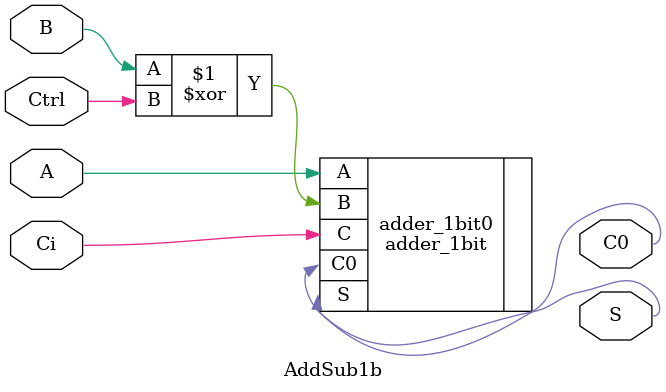
<source format=v>
`timescale 1ns / 1ps
module AddSub1b(
	input wire A, B, Ci, Ctrl,
	output wire S, C0
    );
	 
	 adder_1bit adder_1bit0(
		.A(A),
		.B(B ^ Ctrl),
		.C(Ci),
		.S(S),
		.C0(C0)
		);


endmodule

</source>
